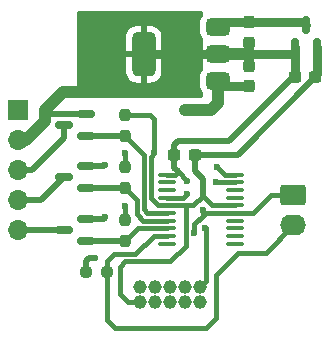
<source format=gbr>
%TF.GenerationSoftware,KiCad,Pcbnew,9.0.0-9.0.0-2~ubuntu24.04.1*%
%TF.CreationDate,2025-03-10T00:00:20+00:00*%
%TF.ProjectId,boondocker-softstart,626f6f6e-646f-4636-9b65-722d736f6674,rev?*%
%TF.SameCoordinates,Original*%
%TF.FileFunction,Copper,L1,Top*%
%TF.FilePolarity,Positive*%
%FSLAX46Y46*%
G04 Gerber Fmt 4.6, Leading zero omitted, Abs format (unit mm)*
G04 Created by KiCad (PCBNEW 9.0.0-9.0.0-2~ubuntu24.04.1) date 2025-03-10 00:00:20*
%MOMM*%
%LPD*%
G01*
G04 APERTURE LIST*
G04 Aperture macros list*
%AMRoundRect*
0 Rectangle with rounded corners*
0 $1 Rounding radius*
0 $2 $3 $4 $5 $6 $7 $8 $9 X,Y pos of 4 corners*
0 Add a 4 corners polygon primitive as box body*
4,1,4,$2,$3,$4,$5,$6,$7,$8,$9,$2,$3,0*
0 Add four circle primitives for the rounded corners*
1,1,$1+$1,$2,$3*
1,1,$1+$1,$4,$5*
1,1,$1+$1,$6,$7*
1,1,$1+$1,$8,$9*
0 Add four rect primitives between the rounded corners*
20,1,$1+$1,$2,$3,$4,$5,0*
20,1,$1+$1,$4,$5,$6,$7,0*
20,1,$1+$1,$6,$7,$8,$9,0*
20,1,$1+$1,$8,$9,$2,$3,0*%
G04 Aperture macros list end*
%TA.AperFunction,ComponentPad*%
%ADD10O,2.190000X1.740000*%
%TD*%
%TA.AperFunction,ComponentPad*%
%ADD11RoundRect,0.250000X-0.845000X0.620000X-0.845000X-0.620000X0.845000X-0.620000X0.845000X0.620000X0*%
%TD*%
%TA.AperFunction,SMDPad,CuDef*%
%ADD12RoundRect,0.237500X-0.250000X-0.237500X0.250000X-0.237500X0.250000X0.237500X-0.250000X0.237500X0*%
%TD*%
%TA.AperFunction,SMDPad,CuDef*%
%ADD13RoundRect,0.237500X0.300000X0.237500X-0.300000X0.237500X-0.300000X-0.237500X0.300000X-0.237500X0*%
%TD*%
%TA.AperFunction,ComponentPad*%
%ADD14R,1.700000X1.700000*%
%TD*%
%TA.AperFunction,ComponentPad*%
%ADD15O,1.700000X1.700000*%
%TD*%
%TA.AperFunction,SMDPad,CuDef*%
%ADD16RoundRect,0.237500X-0.237500X0.300000X-0.237500X-0.300000X0.237500X-0.300000X0.237500X0.300000X0*%
%TD*%
%TA.AperFunction,SMDPad,CuDef*%
%ADD17RoundRect,0.150000X0.587500X0.150000X-0.587500X0.150000X-0.587500X-0.150000X0.587500X-0.150000X0*%
%TD*%
%TA.AperFunction,SMDPad,CuDef*%
%ADD18RoundRect,0.100000X-0.637500X-0.100000X0.637500X-0.100000X0.637500X0.100000X-0.637500X0.100000X0*%
%TD*%
%TA.AperFunction,ComponentPad*%
%ADD19C,1.150000*%
%TD*%
%TA.AperFunction,SMDPad,CuDef*%
%ADD20RoundRect,0.237500X-0.237500X0.250000X-0.237500X-0.250000X0.237500X-0.250000X0.237500X0.250000X0*%
%TD*%
%TA.AperFunction,SMDPad,CuDef*%
%ADD21RoundRect,0.237500X0.237500X-0.300000X0.237500X0.300000X-0.237500X0.300000X-0.237500X-0.300000X0*%
%TD*%
%TA.AperFunction,SMDPad,CuDef*%
%ADD22RoundRect,0.375000X0.625000X0.375000X-0.625000X0.375000X-0.625000X-0.375000X0.625000X-0.375000X0*%
%TD*%
%TA.AperFunction,SMDPad,CuDef*%
%ADD23RoundRect,0.500000X0.500000X1.400000X-0.500000X1.400000X-0.500000X-1.400000X0.500000X-1.400000X0*%
%TD*%
%TA.AperFunction,SMDPad,CuDef*%
%ADD24RoundRect,0.150000X0.150000X-0.587500X0.150000X0.587500X-0.150000X0.587500X-0.150000X-0.587500X0*%
%TD*%
%TA.AperFunction,ViaPad*%
%ADD25C,0.600000*%
%TD*%
%TA.AperFunction,ViaPad*%
%ADD26C,1.000000*%
%TD*%
%TA.AperFunction,Conductor*%
%ADD27C,0.400000*%
%TD*%
%TA.AperFunction,Conductor*%
%ADD28C,0.500000*%
%TD*%
%TA.AperFunction,Conductor*%
%ADD29C,0.800000*%
%TD*%
%TA.AperFunction,Conductor*%
%ADD30C,1.000000*%
%TD*%
G04 APERTURE END LIST*
D10*
%TO.P,J2,2,Pin_2*%
%TO.N,/nSW*%
X104930000Y-94220000D03*
D11*
%TO.P,J2,1,Pin_1*%
%TO.N,GND*%
X104930000Y-91680000D03*
%TD*%
D12*
%TO.P,R1,1*%
%TO.N,+3.3V*%
X87337500Y-98200000D03*
%TO.P,R1,2*%
%TO.N,/nSW*%
X89162500Y-98200000D03*
%TD*%
D13*
%TO.P,C4,1*%
%TO.N,+3.3V*%
X106750000Y-81650000D03*
%TO.P,C4,2*%
%TO.N,GND*%
X105025000Y-81650000D03*
%TD*%
D14*
%TO.P,J3,1,Pin_1*%
%TO.N,+BATT*%
X81600000Y-84440000D03*
D15*
%TO.P,J3,2,Pin_2*%
%TO.N,GND*%
X81600000Y-86980000D03*
%TO.P,J3,3,Pin_3*%
%TO.N,Net-(J3-Pin_3)*%
X81600000Y-89520000D03*
%TO.P,J3,4,Pin_4*%
%TO.N,Net-(J3-Pin_4)*%
X81600000Y-92060000D03*
%TO.P,J3,5,Pin_5*%
%TO.N,Net-(J3-Pin_5)*%
X81600000Y-94600000D03*
%TD*%
D16*
%TO.P,C2,1*%
%TO.N,Net-(U3-VI)*%
X101200000Y-77050000D03*
%TO.P,C2,2*%
%TO.N,GND*%
X101200000Y-78775000D03*
%TD*%
D17*
%TO.P,Q2,1,B*%
%TO.N,/nDISHY*%
X87350000Y-91100000D03*
%TO.P,Q2,2,E*%
%TO.N,GND*%
X87350000Y-89200000D03*
%TO.P,Q2,3,C*%
%TO.N,Net-(J3-Pin_4)*%
X85475000Y-90150000D03*
%TD*%
%TO.P,Q1,1,B*%
%TO.N,/nDCDC*%
X87350000Y-86700000D03*
%TO.P,Q1,2,E*%
%TO.N,GND*%
X87350000Y-84800000D03*
%TO.P,Q1,3,C*%
%TO.N,Net-(J3-Pin_3)*%
X85475000Y-85750000D03*
%TD*%
D18*
%TO.P,U1,1,BOOT0*%
%TO.N,GND*%
X94250000Y-89950000D03*
%TO.P,U1,2,PF0*%
%TO.N,unconnected-(U1-PF0-Pad2)*%
X94250000Y-90600000D03*
%TO.P,U1,3,PF1*%
%TO.N,unconnected-(U1-PF1-Pad3)*%
X94250000Y-91250000D03*
%TO.P,U1,4,NRST*%
%TO.N,/nRST*%
X94250000Y-91900000D03*
%TO.P,U1,5,VDDA*%
%TO.N,+3.3V*%
X94250000Y-92550000D03*
%TO.P,U1,6,PA0*%
%TO.N,/nDCDC*%
X94250000Y-93200000D03*
%TO.P,U1,7,PA1*%
%TO.N,/nDISHY*%
X94250000Y-93850000D03*
%TO.P,U1,8,PA2*%
%TO.N,/nPoE*%
X94250000Y-94500000D03*
%TO.P,U1,9,PA3*%
%TO.N,/nSW*%
X94250000Y-95150000D03*
%TO.P,U1,10,PA4*%
%TO.N,unconnected-(U1-PA4-Pad10)*%
X94250000Y-95800000D03*
%TO.P,U1,11,PA5*%
%TO.N,unconnected-(U1-PA5-Pad11)*%
X99975000Y-95800000D03*
%TO.P,U1,12,PA6*%
%TO.N,unconnected-(U1-PA6-Pad12)*%
X99975000Y-95150000D03*
%TO.P,U1,13,PA7*%
%TO.N,unconnected-(U1-PA7-Pad13)*%
X99975000Y-94500000D03*
%TO.P,U1,14,PB1*%
%TO.N,unconnected-(U1-PB1-Pad14)*%
X99975000Y-93850000D03*
%TO.P,U1,15,VSS*%
%TO.N,GND*%
X99975000Y-93200000D03*
%TO.P,U1,16,VDD*%
%TO.N,+3.3V*%
X99975000Y-92550000D03*
%TO.P,U1,17,PA9*%
%TO.N,unconnected-(U1-PA9-Pad17)*%
X99975000Y-91900000D03*
%TO.P,U1,18,PA10*%
%TO.N,unconnected-(U1-PA10-Pad18)*%
X99975000Y-91250000D03*
%TO.P,U1,19,PA13*%
%TO.N,/SWDAT*%
X99975000Y-90600000D03*
%TO.P,U1,20,PA14*%
%TO.N,/SWCLK*%
X99975000Y-89950000D03*
%TD*%
D19*
%TO.P,J1,1,1*%
%TO.N,+3.3V*%
X91930000Y-100750000D03*
%TO.P,J1,2,2*%
%TO.N,/SWDAT*%
X91930000Y-99480000D03*
%TO.P,J1,3,3*%
%TO.N,GND*%
X93200000Y-100750000D03*
%TO.P,J1,4,4*%
%TO.N,/SWCLK*%
X93200000Y-99480000D03*
%TO.P,J1,5,5*%
%TO.N,GND*%
X94470000Y-100750000D03*
%TO.P,J1,6,6*%
%TO.N,unconnected-(J1-Pad6)*%
X94470000Y-99480000D03*
%TO.P,J1,7,7*%
%TO.N,unconnected-(J1-Pad7)*%
X95740000Y-100750000D03*
%TO.P,J1,8,8*%
%TO.N,unconnected-(J1-Pad8)*%
X95740000Y-99480000D03*
%TO.P,J1,9,9*%
%TO.N,unconnected-(J1-Pad9)*%
X97010000Y-100750000D03*
%TO.P,J1,10,10*%
%TO.N,/nRST*%
X97010000Y-99480000D03*
%TD*%
D20*
%TO.P,R4,1*%
%TO.N,+3.3V*%
X90650000Y-93775000D03*
%TO.P,R4,2*%
%TO.N,/nPoE*%
X90650000Y-95600000D03*
%TD*%
D21*
%TO.P,C1,1*%
%TO.N,+BATT*%
X101200000Y-82475000D03*
%TO.P,C1,2*%
%TO.N,GND*%
X101200000Y-80750000D03*
%TD*%
D22*
%TO.P,U4,1,IN*%
%TO.N,+BATT*%
X98550000Y-82050000D03*
%TO.P,U4,2,GND*%
%TO.N,GND*%
X98550000Y-79750000D03*
D23*
X92250000Y-79750000D03*
D22*
%TO.P,U4,3,OUT*%
%TO.N,Net-(U3-VI)*%
X98550000Y-77450000D03*
%TD*%
D17*
%TO.P,Q3,1,B*%
%TO.N,/nPoE*%
X87350000Y-95600000D03*
%TO.P,Q3,2,E*%
%TO.N,GND*%
X87350000Y-93700000D03*
%TO.P,Q3,3,C*%
%TO.N,Net-(J3-Pin_5)*%
X85475000Y-94650000D03*
%TD*%
D24*
%TO.P,U3,1,GND*%
%TO.N,GND*%
X105050000Y-79125000D03*
%TO.P,U3,2,VO*%
%TO.N,+3.3V*%
X106950000Y-79125000D03*
%TO.P,U3,3,VI*%
%TO.N,Net-(U3-VI)*%
X106000000Y-77250000D03*
%TD*%
D13*
%TO.P,C3,1*%
%TO.N,+3.3V*%
X96575000Y-88250000D03*
%TO.P,C3,2*%
%TO.N,GND*%
X94850000Y-88250000D03*
%TD*%
D20*
%TO.P,R3,1*%
%TO.N,+3.3V*%
X90650000Y-89275000D03*
%TO.P,R3,2*%
%TO.N,/nDISHY*%
X90650000Y-91100000D03*
%TD*%
%TO.P,R2,1*%
%TO.N,+3.3V*%
X90650000Y-84875000D03*
%TO.P,R2,2*%
%TO.N,/nDCDC*%
X90650000Y-86700000D03*
%TD*%
D25*
%TO.N,/SWCLK*%
X98450000Y-89300000D03*
%TO.N,/SWDAT*%
X98350000Y-90600000D03*
%TO.N,+3.3V*%
X90650000Y-88105000D03*
X93150000Y-88150000D03*
X88100000Y-96975000D03*
X90650000Y-92600000D03*
%TO.N,/nRST*%
X97450000Y-94450000D03*
X95900000Y-91550000D03*
D26*
%TO.N,GND*%
X94400000Y-78550000D03*
D25*
X96550000Y-94850000D03*
X95950000Y-90450000D03*
X89000000Y-93550000D03*
D26*
X90000000Y-80550000D03*
X91400000Y-82750000D03*
X90000000Y-81800000D03*
D25*
X89000000Y-89100000D03*
D26*
X93000000Y-82750000D03*
X93000000Y-76700000D03*
X90000000Y-77700000D03*
X91450000Y-76750000D03*
D25*
X97250000Y-92950000D03*
D26*
X94400000Y-80850000D03*
X90000000Y-79000000D03*
D25*
%TO.N,+BATT*%
X95750000Y-84440000D03*
%TD*%
D27*
%TO.N,/nSW*%
X89162500Y-98200000D02*
X89150000Y-98212500D01*
X89150000Y-98212500D02*
X89150000Y-102250000D01*
X97550000Y-102900000D02*
X98350000Y-102100000D01*
X89150000Y-102250000D02*
X89800000Y-102900000D01*
X100250000Y-96550000D02*
X102600000Y-96550000D01*
X89800000Y-102900000D02*
X97550000Y-102900000D01*
X98350000Y-98450000D02*
X100250000Y-96550000D01*
X102600000Y-96550000D02*
X104930000Y-94220000D01*
X98350000Y-102100000D02*
X98350000Y-98450000D01*
%TO.N,GND*%
X99975000Y-93200000D02*
X101500000Y-93200000D01*
X101500000Y-93200000D02*
X103020000Y-91680000D01*
X103020000Y-91680000D02*
X104930000Y-91680000D01*
%TO.N,/nRST*%
X97450000Y-94450000D02*
X97500000Y-94500000D01*
X97500000Y-94500000D02*
X97500000Y-98990000D01*
X97500000Y-98990000D02*
X97010000Y-99480000D01*
%TO.N,+3.3V*%
X95800000Y-92550000D02*
X95800000Y-96000000D01*
X92148942Y-97301000D02*
X90699000Y-97301000D01*
X90960000Y-100750000D02*
X91930000Y-100750000D01*
X95800000Y-96000000D02*
X94500000Y-97300000D01*
X94500000Y-97300000D02*
X92149942Y-97300000D01*
X92149942Y-97300000D02*
X92148942Y-97301000D01*
X90699000Y-97301000D02*
X90250000Y-97750000D01*
X90250000Y-97750000D02*
X90250000Y-100040000D01*
X90250000Y-100040000D02*
X90960000Y-100750000D01*
%TO.N,/nSW*%
X94250000Y-95150000D02*
X93100000Y-95150000D01*
X93100000Y-95150000D02*
X91550000Y-96700000D01*
X91550000Y-96700000D02*
X89750000Y-96700000D01*
X89750000Y-96700000D02*
X89162500Y-97287500D01*
X89162500Y-97287500D02*
X89162500Y-98200000D01*
D28*
%TO.N,+3.3V*%
X87625000Y-96975000D02*
X87337500Y-97262500D01*
X88100000Y-96975000D02*
X87625000Y-96975000D01*
X87337500Y-97262500D02*
X87337500Y-98200000D01*
D27*
%TO.N,/SWCLK*%
X99100000Y-89950000D02*
X98450000Y-89300000D01*
X99975000Y-89950000D02*
X99100000Y-89950000D01*
%TO.N,/SWDAT*%
X98350000Y-90600000D02*
X99975000Y-90600000D01*
D28*
%TO.N,+3.3V*%
X97250000Y-91750000D02*
X97250000Y-90350000D01*
X97250000Y-90350000D02*
X96575000Y-89675000D01*
X96575000Y-89675000D02*
X96575000Y-88250000D01*
D29*
%TO.N,Net-(U3-VI)*%
X101200000Y-77050000D02*
X98950000Y-77050000D01*
X98950000Y-77050000D02*
X98550000Y-77450000D01*
X101200000Y-77050000D02*
X105800000Y-77050000D01*
X105800000Y-77050000D02*
X106000000Y-77250000D01*
D28*
%TO.N,Net-(J3-Pin_3)*%
X85475000Y-86825000D02*
X85475000Y-85750000D01*
X81600000Y-89520000D02*
X82780000Y-89520000D01*
X82780000Y-89520000D02*
X85475000Y-86825000D01*
%TO.N,Net-(J3-Pin_5)*%
X85425000Y-94600000D02*
X85475000Y-94650000D01*
X81600000Y-94600000D02*
X85425000Y-94600000D01*
D27*
%TO.N,+3.3V*%
X90650000Y-93775000D02*
X90650000Y-92600000D01*
D29*
X106950000Y-81450000D02*
X106750000Y-81650000D01*
D27*
X93451208Y-92550000D02*
X92850000Y-91948792D01*
X96450000Y-92550000D02*
X95800000Y-92550000D01*
D29*
X106950000Y-79125000D02*
X106950000Y-81450000D01*
D28*
X106750000Y-81700000D02*
X100200000Y-88250000D01*
D27*
X94250000Y-92550000D02*
X93451208Y-92550000D01*
X92775000Y-84875000D02*
X93150000Y-85250000D01*
D28*
X106750000Y-81650000D02*
X106750000Y-81700000D01*
X100200000Y-88250000D02*
X96575000Y-88250000D01*
D27*
X92850000Y-88450000D02*
X93150000Y-88150000D01*
X97250000Y-91750000D02*
X96450000Y-92550000D01*
X98050000Y-92550000D02*
X97250000Y-91750000D01*
X90650000Y-84875000D02*
X92775000Y-84875000D01*
X90650000Y-89275000D02*
X90650000Y-88105000D01*
X99975000Y-92550000D02*
X98050000Y-92550000D01*
X93150000Y-85250000D02*
X93150000Y-88150000D01*
X92850000Y-91948792D02*
X92850000Y-88450000D01*
X95800000Y-92550000D02*
X94250000Y-92550000D01*
%TO.N,/nDISHY*%
X91650000Y-93300000D02*
X91650000Y-92100000D01*
X91650000Y-92100000D02*
X90650000Y-91100000D01*
X92200000Y-93850000D02*
X91650000Y-93300000D01*
D28*
X87350000Y-91100000D02*
X90650000Y-91100000D01*
D27*
X94250000Y-93850000D02*
X92200000Y-93850000D01*
%TO.N,/nRST*%
X95900000Y-91550000D02*
X95550000Y-91900000D01*
X95550000Y-91900000D02*
X94250000Y-91900000D01*
%TO.N,GND*%
X99975000Y-93200000D02*
X97500000Y-93200000D01*
X94250000Y-89950000D02*
X94900000Y-89950000D01*
D28*
X95150000Y-87100000D02*
X94850000Y-87400000D01*
X84340000Y-84800000D02*
X87350000Y-84800000D01*
D30*
X83900000Y-84450000D02*
X85400000Y-82950000D01*
D29*
X105025000Y-79950000D02*
X105025000Y-79150000D01*
X104825000Y-79750000D02*
X105025000Y-79950000D01*
D28*
X87350000Y-93700000D02*
X88850000Y-93700000D01*
X88900000Y-89200000D02*
X89000000Y-89100000D01*
D27*
X97500000Y-93200000D02*
X96550000Y-94150000D01*
D28*
X99450000Y-87100000D02*
X95150000Y-87100000D01*
D27*
X97250000Y-93450000D02*
X97250000Y-92950000D01*
D28*
X94850000Y-87400000D02*
X94850000Y-88250000D01*
X81600000Y-86980000D02*
X82160000Y-86980000D01*
D30*
X83900000Y-85379848D02*
X83900000Y-84450000D01*
X98550000Y-79750000D02*
X101050000Y-79750000D01*
D29*
X101200000Y-79900000D02*
X101050000Y-79750000D01*
X101050000Y-79750000D02*
X104825000Y-79750000D01*
D28*
X94850000Y-89350000D02*
X94850000Y-88250000D01*
D29*
X101200000Y-78775000D02*
X101200000Y-79600000D01*
D28*
X82160000Y-86980000D02*
X84340000Y-84800000D01*
X88850000Y-93700000D02*
X89000000Y-93550000D01*
D27*
X95175000Y-89675000D02*
X95950000Y-90450000D01*
D29*
X105025000Y-79150000D02*
X105050000Y-79125000D01*
D30*
X87250000Y-82950000D02*
X87850000Y-82350000D01*
D27*
X94900000Y-89950000D02*
X95175000Y-89675000D01*
D30*
X85400000Y-82950000D02*
X87250000Y-82950000D01*
X87850000Y-82350000D02*
X87850000Y-80450000D01*
D28*
X105025000Y-81650000D02*
X104900000Y-81650000D01*
D29*
X105025000Y-81650000D02*
X105025000Y-79150000D01*
D28*
X104900000Y-81650000D02*
X99450000Y-87100000D01*
D29*
X92250000Y-79750000D02*
X98550000Y-79750000D01*
D28*
X87350000Y-89200000D02*
X88900000Y-89200000D01*
D29*
X101200000Y-79600000D02*
X101050000Y-79750000D01*
X101200000Y-80750000D02*
X101200000Y-79900000D01*
D30*
X82299848Y-86980000D02*
X83900000Y-85379848D01*
X81600000Y-86980000D02*
X82299848Y-86980000D01*
D27*
X96550000Y-94150000D02*
X97250000Y-93450000D01*
D28*
X95175000Y-89675000D02*
X94850000Y-89350000D01*
D27*
X96550000Y-94150000D02*
X96550000Y-94850000D01*
%TO.N,/nDCDC*%
X94250000Y-93200000D02*
X92550000Y-93200000D01*
X92250000Y-88300000D02*
X90650000Y-86700000D01*
X92250000Y-92900000D02*
X92250000Y-88300000D01*
X92550000Y-93200000D02*
X92250000Y-92900000D01*
D28*
X87350000Y-86700000D02*
X90650000Y-86700000D01*
D27*
%TO.N,/nPoE*%
X91750000Y-94500000D02*
X90650000Y-95600000D01*
D28*
X87350000Y-95600000D02*
X90650000Y-95600000D01*
D27*
X94250000Y-94500000D02*
X91750000Y-94500000D01*
D29*
%TO.N,+BATT*%
X98975000Y-82475000D02*
X98550000Y-82050000D01*
D30*
X97950000Y-84450000D02*
X98550000Y-83850000D01*
X98550000Y-83850000D02*
X98550000Y-82050000D01*
D29*
X101200000Y-82475000D02*
X98975000Y-82475000D01*
D30*
X97940000Y-84440000D02*
X97950000Y-84450000D01*
X95750000Y-84440000D02*
X97940000Y-84440000D01*
D28*
%TO.N,Net-(J3-Pin_4)*%
X83565000Y-92060000D02*
X85475000Y-90150000D01*
X81600000Y-92060000D02*
X83565000Y-92060000D01*
%TD*%
%TA.AperFunction,Conductor*%
%TO.N,GND*%
G36*
X97111971Y-76102381D02*
G01*
X97152346Y-76110412D01*
X97197043Y-76128927D01*
X97220913Y-76144877D01*
X97226805Y-76150769D01*
X97231537Y-76152829D01*
X97255122Y-76179086D01*
X97271072Y-76202956D01*
X97289588Y-76247655D01*
X97297617Y-76288020D01*
X97300000Y-76312210D01*
X97300000Y-76411451D01*
X97280315Y-76478490D01*
X97272648Y-76489138D01*
X97182970Y-76600702D01*
X97098360Y-76771304D01*
X97052400Y-76956107D01*
X97049500Y-76998879D01*
X97049500Y-77901122D01*
X97049501Y-77901125D01*
X97052399Y-77943886D01*
X97052399Y-77943887D01*
X97098360Y-78128696D01*
X97182967Y-78299292D01*
X97182969Y-78299295D01*
X97272647Y-78410859D01*
X97299306Y-78475443D01*
X97300000Y-78488546D01*
X97300000Y-81011451D01*
X97280315Y-81078490D01*
X97272648Y-81089138D01*
X97182970Y-81200702D01*
X97098360Y-81371304D01*
X97052400Y-81556107D01*
X97049500Y-81598879D01*
X97049500Y-82501122D01*
X97049501Y-82501125D01*
X97052399Y-82543886D01*
X97052399Y-82543887D01*
X97098360Y-82728696D01*
X97182967Y-82899292D01*
X97182969Y-82899295D01*
X97272647Y-83010859D01*
X97281885Y-83033239D01*
X97294977Y-83053611D01*
X97297479Y-83071019D01*
X97299306Y-83075443D01*
X97300000Y-83088546D01*
X97300000Y-83267076D01*
X97297617Y-83291268D01*
X97291817Y-83320425D01*
X97273301Y-83365125D01*
X97263701Y-83379492D01*
X97229500Y-83413696D01*
X97222168Y-83418596D01*
X97155492Y-83439480D01*
X97153268Y-83439500D01*
X95651457Y-83439500D01*
X95610652Y-83447617D01*
X95586460Y-83450000D01*
X86812211Y-83450000D01*
X86788020Y-83447617D01*
X86772744Y-83444578D01*
X86747656Y-83439588D01*
X86702956Y-83421072D01*
X86679086Y-83405122D01*
X86644877Y-83370913D01*
X86628927Y-83347043D01*
X86610412Y-83302346D01*
X86602381Y-83261971D01*
X86600000Y-83237789D01*
X86600000Y-81208000D01*
X90750000Y-81208000D01*
X90760608Y-81327325D01*
X90760609Y-81327328D01*
X90816557Y-81522861D01*
X90910721Y-81703129D01*
X91039246Y-81860753D01*
X91196870Y-81989278D01*
X91377138Y-82083442D01*
X91572671Y-82139390D01*
X91572674Y-82139391D01*
X91691999Y-82149999D01*
X91692002Y-82150000D01*
X92000000Y-82150000D01*
X92500000Y-82150000D01*
X92807998Y-82150000D01*
X92808000Y-82149999D01*
X92927325Y-82139391D01*
X92927328Y-82139390D01*
X93122861Y-82083442D01*
X93303129Y-81989278D01*
X93460753Y-81860753D01*
X93589278Y-81703129D01*
X93683442Y-81522861D01*
X93739390Y-81327328D01*
X93739391Y-81327325D01*
X93749999Y-81208000D01*
X93750000Y-81207998D01*
X93750000Y-80000000D01*
X92500000Y-80000000D01*
X92500000Y-82150000D01*
X92000000Y-82150000D01*
X92000000Y-80000000D01*
X90750000Y-80000000D01*
X90750000Y-81208000D01*
X86600000Y-81208000D01*
X86600000Y-78291999D01*
X90750000Y-78291999D01*
X90750000Y-79500000D01*
X92000000Y-79500000D01*
X92500000Y-79500000D01*
X93750000Y-79500000D01*
X93750000Y-78292002D01*
X93749999Y-78291999D01*
X93739391Y-78172674D01*
X93739390Y-78172671D01*
X93683442Y-77977138D01*
X93589278Y-77796870D01*
X93460753Y-77639246D01*
X93303129Y-77510721D01*
X93122861Y-77416557D01*
X92927328Y-77360609D01*
X92927325Y-77360608D01*
X92808000Y-77350000D01*
X92500000Y-77350000D01*
X92500000Y-79500000D01*
X92000000Y-79500000D01*
X92000000Y-77350000D01*
X91691999Y-77350000D01*
X91572674Y-77360608D01*
X91572671Y-77360609D01*
X91377138Y-77416557D01*
X91196870Y-77510721D01*
X91039246Y-77639246D01*
X90910721Y-77796870D01*
X90816557Y-77977138D01*
X90760609Y-78172671D01*
X90760608Y-78172674D01*
X90750000Y-78291999D01*
X86600000Y-78291999D01*
X86600000Y-76312210D01*
X86602381Y-76288029D01*
X86610412Y-76247651D01*
X86628927Y-76202956D01*
X86644877Y-76179086D01*
X86679086Y-76144877D01*
X86702956Y-76128927D01*
X86747653Y-76110412D01*
X86788027Y-76102381D01*
X86812211Y-76100000D01*
X97087789Y-76100000D01*
X97111971Y-76102381D01*
G37*
%TD.AperFunction*%
%TD*%
M02*

</source>
